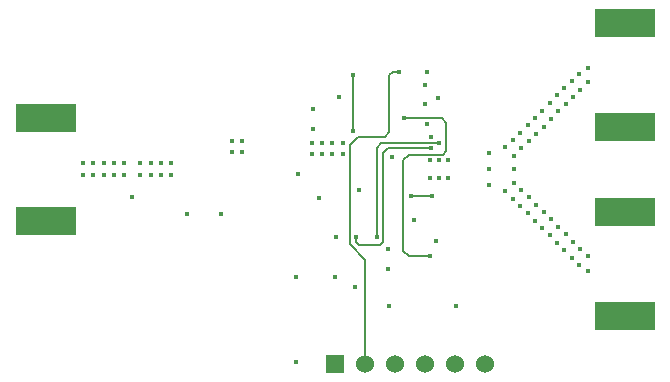
<source format=gbl>
G04*
G04 #@! TF.GenerationSoftware,Altium Limited,Altium Designer,18.1.9 (240)*
G04*
G04 Layer_Physical_Order=4*
G04 Layer_Color=16711680*
%FSLAX25Y25*%
%MOIN*%
G70*
G01*
G75*
%ADD12C,0.00787*%
%ADD20R,0.20000X0.09508*%
%ADD54C,0.06000*%
%ADD55R,0.06000X0.06000*%
%ADD56C,0.01772*%
D12*
X420177Y298327D02*
X421555Y299705D01*
X411221Y298327D02*
X420177D01*
X408268Y295374D02*
X411221Y298327D01*
X422736Y319882D02*
X424803D01*
X421555Y318701D02*
X422736Y319882D01*
X421555Y299705D02*
Y318701D01*
X408268Y262598D02*
Y295374D01*
Y262598D02*
X413563Y257303D01*
Y222539D02*
Y257303D01*
X440551Y293504D02*
Y302953D01*
X439075Y304429D02*
X440551Y302953D01*
X426476Y304429D02*
X439075D01*
X439370Y292323D02*
X440551Y293504D01*
X427953Y292323D02*
X439370D01*
X428051Y258366D02*
X435236D01*
X426083Y260335D02*
X428051Y258366D01*
X426083Y260335D02*
Y290453D01*
X427953Y292323D01*
X421110Y294339D02*
X435433D01*
X419488Y292717D02*
X421110Y294339D01*
X419488Y263189D02*
Y292717D01*
X418504Y262205D02*
X419488Y263189D01*
X411319Y262205D02*
X418504D01*
X410433Y263091D02*
Y264764D01*
Y263091D02*
X411319Y262205D01*
X418898Y296239D02*
X437992D01*
X417323Y294664D02*
X418898Y296239D01*
X417323Y264764D02*
Y294664D01*
X409449Y300197D02*
Y318898D01*
X428839Y278346D02*
X435925D01*
D20*
X307087Y304658D02*
D03*
Y270146D02*
D03*
X500000Y273161D02*
D03*
Y238650D02*
D03*
Y301642D02*
D03*
Y336154D02*
D03*
D54*
X453563Y222539D02*
D03*
X413563D02*
D03*
X423563D02*
D03*
X433563D02*
D03*
X443563D02*
D03*
D55*
X403563D02*
D03*
D56*
X307087Y308102D02*
D03*
X303642D02*
D03*
X300197D02*
D03*
X310531D02*
D03*
X313976D02*
D03*
X300197Y301213D02*
D03*
X303642D02*
D03*
X307087D02*
D03*
X310531D02*
D03*
X313976D02*
D03*
X307087Y273592D02*
D03*
X303642D02*
D03*
X300197D02*
D03*
X310531D02*
D03*
X313976D02*
D03*
X300197Y266703D02*
D03*
X303642D02*
D03*
X307087D02*
D03*
X310531D02*
D03*
X313976D02*
D03*
X500000Y242094D02*
D03*
X496555D02*
D03*
X493110D02*
D03*
X503445D02*
D03*
X506890D02*
D03*
X493110Y235205D02*
D03*
X496555D02*
D03*
X500000D02*
D03*
X503445D02*
D03*
X506890D02*
D03*
X500000Y276606D02*
D03*
X496555D02*
D03*
X493110D02*
D03*
X503445D02*
D03*
X506890D02*
D03*
X493110Y269717D02*
D03*
X496555D02*
D03*
X500000D02*
D03*
X503445D02*
D03*
X506890D02*
D03*
X500000Y305087D02*
D03*
X496555D02*
D03*
X493110D02*
D03*
X503445D02*
D03*
X506890D02*
D03*
X493110Y298197D02*
D03*
X496555D02*
D03*
X500000D02*
D03*
X503445D02*
D03*
X506890D02*
D03*
X500000Y339598D02*
D03*
X496555D02*
D03*
X493110D02*
D03*
X503445D02*
D03*
X506890D02*
D03*
X493110Y332709D02*
D03*
X496555D02*
D03*
X500000D02*
D03*
X503445D02*
D03*
X506890D02*
D03*
X484842Y319291D02*
D03*
X482382Y316831D02*
D03*
X479921Y314370D02*
D03*
X477461Y312008D02*
D03*
X475000Y309547D02*
D03*
X472539Y306988D02*
D03*
X470079Y304496D02*
D03*
X467618Y302067D02*
D03*
X465158Y299606D02*
D03*
X462697Y297244D02*
D03*
X460236Y294685D02*
D03*
X437992Y284439D02*
D03*
X435039Y290339D02*
D03*
X437992Y290354D02*
D03*
X440945Y290339D02*
D03*
X440945Y284449D02*
D03*
X454724Y292717D02*
D03*
Y282087D02*
D03*
X463091Y287402D02*
D03*
X454724D02*
D03*
X487697Y321260D02*
D03*
Y253543D02*
D03*
X484842Y255512D02*
D03*
X482382Y257972D02*
D03*
X479921Y260433D02*
D03*
X477461Y262894D02*
D03*
X475000Y265354D02*
D03*
X472539Y267815D02*
D03*
X470079Y270276D02*
D03*
X467618Y272736D02*
D03*
X465158Y275197D02*
D03*
X462697Y277658D02*
D03*
X460236Y280118D02*
D03*
X487697Y316437D02*
D03*
X485236Y313976D02*
D03*
X482776Y311516D02*
D03*
X480315Y309154D02*
D03*
X477854Y306693D02*
D03*
X475394Y304134D02*
D03*
X472933Y301642D02*
D03*
X470472Y299213D02*
D03*
X468012Y296752D02*
D03*
X465551Y294390D02*
D03*
X463091Y291831D02*
D03*
X487697Y258366D02*
D03*
X485236Y260827D02*
D03*
X482776Y263287D02*
D03*
X480315Y265748D02*
D03*
X477854Y268209D02*
D03*
X475394Y270669D02*
D03*
X472933Y273130D02*
D03*
X470472Y275590D02*
D03*
X468012Y278051D02*
D03*
X465551Y280512D02*
D03*
X463091Y282972D02*
D03*
X390354Y223228D02*
D03*
X410128Y248130D02*
D03*
X406004Y292520D02*
D03*
X402559D02*
D03*
X399114D02*
D03*
X406004Y296260D02*
D03*
X402559Y296239D02*
D03*
X399114Y296260D02*
D03*
X395669D02*
D03*
Y292520D02*
D03*
X319390Y285433D02*
D03*
X322736D02*
D03*
X326279D02*
D03*
X329724D02*
D03*
X333169D02*
D03*
X319390Y289370D02*
D03*
X322835D02*
D03*
X326279D02*
D03*
X329724D02*
D03*
X333169D02*
D03*
X372539Y293012D02*
D03*
X369094D02*
D03*
Y296949D02*
D03*
X372539D02*
D03*
X348917Y285433D02*
D03*
X345472D02*
D03*
X342028D02*
D03*
X338583D02*
D03*
X348917Y289370D02*
D03*
X345472D02*
D03*
X342028D02*
D03*
X338583D02*
D03*
X411417Y280512D02*
D03*
X433465Y315453D02*
D03*
Y309055D02*
D03*
X437894Y311221D02*
D03*
X429626Y270423D02*
D03*
X437008Y263583D02*
D03*
X421063Y254331D02*
D03*
Y260728D02*
D03*
X443602Y241831D02*
D03*
X421457D02*
D03*
X391240Y285728D02*
D03*
X395965Y307579D02*
D03*
X395965Y300689D02*
D03*
X398130Y277756D02*
D03*
X354023Y272638D02*
D03*
X365453D02*
D03*
X335827Y278150D02*
D03*
X403563Y251457D02*
D03*
X434055Y319882D02*
D03*
Y302559D02*
D03*
X390354Y251476D02*
D03*
X403740Y264764D02*
D03*
X404626Y311516D02*
D03*
X422539Y291339D02*
D03*
X417323Y264764D02*
D03*
X410433Y264764D02*
D03*
X424803Y319882D02*
D03*
X426476Y304429D02*
D03*
X435433Y294339D02*
D03*
X437992Y296239D02*
D03*
X435039Y284439D02*
D03*
X435433Y298239D02*
D03*
X409449Y318898D02*
D03*
X435925Y278346D02*
D03*
X428839D02*
D03*
X435236Y258366D02*
D03*
X409449Y300197D02*
D03*
M02*

</source>
